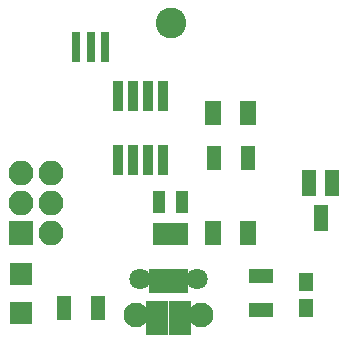
<source format=gbr>
G04 #@! TF.FileFunction,Soldermask,Top*
%FSLAX46Y46*%
G04 Gerber Fmt 4.6, Leading zero omitted, Abs format (unit mm)*
G04 Created by KiCad (PCBNEW 4.0.7) date 01/03/18 15:17:12*
%MOMM*%
%LPD*%
G01*
G04 APERTURE LIST*
%ADD10C,0.100000*%
%ADD11C,2.600000*%
%ADD12R,1.400000X2.000000*%
%ADD13R,2.100000X2.100000*%
%ADD14O,2.100000X2.100000*%
%ADD15R,1.050000X1.960000*%
%ADD16R,0.800000X2.050000*%
%ADD17C,1.800000*%
%ADD18C,2.100000*%
%ADD19R,1.830000X2.900000*%
%ADD20R,1.200000X2.300000*%
%ADD21R,1.300000X2.100000*%
%ADD22R,2.100000X1.300000*%
%ADD23R,0.800000X2.500000*%
%ADD24R,0.880000X2.600000*%
%ADD25R,1.900000X1.900000*%
%ADD26R,1.300000X1.600000*%
G04 APERTURE END LIST*
D10*
D11*
X160020000Y-106680000D03*
D12*
X163600000Y-124460000D03*
X166600000Y-124460000D03*
X163600000Y-114300000D03*
X166600000Y-114300000D03*
D13*
X147320000Y-124460000D03*
D14*
X149860000Y-124460000D03*
X147320000Y-121920000D03*
X149860000Y-121920000D03*
X147320000Y-119380000D03*
X149860000Y-119380000D03*
D15*
X159070000Y-124540000D03*
X160020000Y-124540000D03*
X160970000Y-124540000D03*
X160970000Y-121840000D03*
X159070000Y-121840000D03*
D16*
X158530000Y-128500000D03*
X159180000Y-128500000D03*
X159830000Y-128500000D03*
X160480000Y-128500000D03*
X161130000Y-128500000D03*
D17*
X157410000Y-128380000D03*
X162250000Y-128380000D03*
D18*
X157100000Y-131380000D03*
X162560000Y-131380000D03*
D19*
X158870000Y-131620000D03*
X160790000Y-131620000D03*
D20*
X173670000Y-120190000D03*
X171770000Y-120190000D03*
X172720000Y-123190000D03*
D21*
X153850000Y-130810000D03*
X150950000Y-130810000D03*
X163650000Y-118110000D03*
X166550000Y-118110000D03*
D22*
X167640000Y-128090000D03*
X167640000Y-130990000D03*
D23*
X152032000Y-108712000D03*
X153232000Y-108712000D03*
X154432000Y-108712000D03*
D24*
X159371624Y-118265776D03*
X159371624Y-112865776D03*
X158101624Y-118265776D03*
X158101624Y-112865776D03*
X156831624Y-118265776D03*
X156831624Y-112865776D03*
X155561624Y-118265776D03*
X155561624Y-112865776D03*
D25*
X147320000Y-131190000D03*
X147320000Y-127890000D03*
D26*
X171450000Y-128610000D03*
X171450000Y-130810000D03*
M02*

</source>
